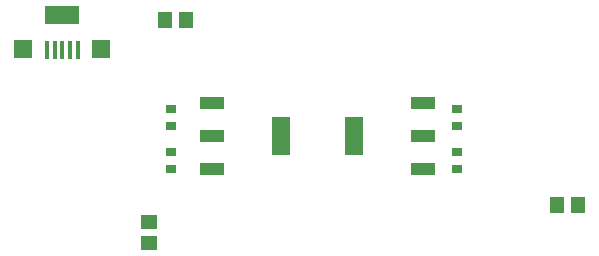
<source format=gbp>
%FSLAX25Y25*%
%MOIN*%
G70*
G01*
G75*
G04 Layer_Color=128*
%ADD10R,0.05906X0.05906*%
%ADD11C,0.05906*%
%ADD12R,0.05906X0.05906*%
%ADD13O,0.17716X0.07874*%
%ADD14O,0.15748X0.07874*%
%ADD15O,0.07874X0.15748*%
%ADD16C,0.05906*%
%ADD17C,0.03150*%
%ADD18C,0.01969*%
%ADD19O,0.05906X0.09055*%
%ADD20R,0.05906X0.12598*%
%ADD21R,0.07874X0.03937*%
%ADD22R,0.03543X0.03150*%
%ADD23R,0.06102X0.06102*%
%ADD24O,0.01575X0.06299*%
%ADD25R,0.01575X0.06299*%
%ADD26R,0.11811X0.05906*%
%ADD27R,0.04724X0.05512*%
%ADD28R,0.05512X0.04724*%
%ADD29C,0.01181*%
%ADD30C,0.03937*%
%ADD31C,0.02362*%
%ADD32C,0.03150*%
%ADD33C,0.01575*%
%ADD34C,0.01000*%
%ADD35C,0.00787*%
%ADD36C,0.00800*%
%ADD37C,0.00591*%
%ADD38R,0.06706X0.06706*%
%ADD39C,0.06706*%
%ADD40R,0.06706X0.06706*%
%ADD41O,0.18517X0.08674*%
%ADD42O,0.16548X0.08674*%
%ADD43O,0.08674X0.16548*%
%ADD44C,0.06706*%
%ADD45C,0.03950*%
%ADD46C,0.02769*%
%ADD47O,0.06706X0.09855*%
%ADD48R,0.06706X0.13398*%
%ADD49R,0.08674X0.04737*%
%ADD50R,0.04343X0.03950*%
%ADD51R,0.06902X0.06902*%
%ADD52O,0.02375X0.07099*%
%ADD53R,0.02375X0.07099*%
%ADD54R,0.12611X0.06706*%
%ADD55R,0.05524X0.06312*%
%ADD56R,0.06312X0.05524*%
D20*
X397200Y287300D02*
D03*
X421600D02*
D03*
D21*
X374200Y276276D02*
D03*
Y287300D02*
D03*
Y298324D02*
D03*
X444600D02*
D03*
Y287300D02*
D03*
Y276276D02*
D03*
D22*
X360800Y290830D02*
D03*
Y296342D02*
D03*
Y276430D02*
D03*
Y281942D02*
D03*
X456100D02*
D03*
Y276430D02*
D03*
Y296342D02*
D03*
Y290830D02*
D03*
D23*
X311500Y316306D02*
D03*
X337300D02*
D03*
D24*
X329536Y315900D02*
D03*
X326977D02*
D03*
X321859D02*
D03*
X324418D02*
D03*
D25*
X319300D02*
D03*
D26*
X324418Y327711D02*
D03*
D27*
X358557Y326100D02*
D03*
X365643D02*
D03*
X489257Y264500D02*
D03*
X496343D02*
D03*
D28*
X353400Y258843D02*
D03*
Y251757D02*
D03*
M02*

</source>
